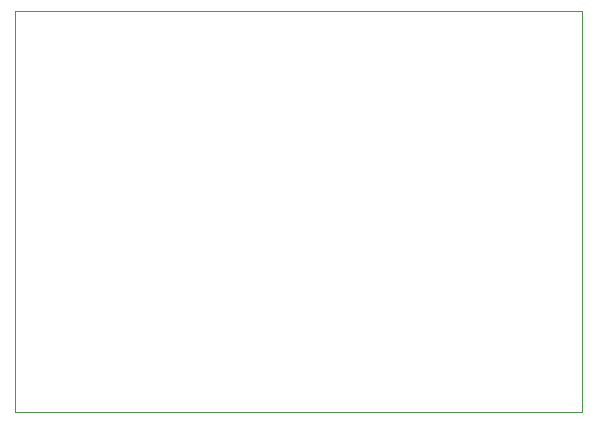
<source format=gbr>
%TF.GenerationSoftware,KiCad,Pcbnew,7.0.10*%
%TF.CreationDate,2025-01-30T23:55:36+01:00*%
%TF.ProjectId,DoublePanel_MouseBites,446f7562-6c65-4506-916e-656c5f4d6f75,rev?*%
%TF.SameCoordinates,Original*%
%TF.FileFunction,Profile,NP*%
%FSLAX46Y46*%
G04 Gerber Fmt 4.6, Leading zero omitted, Abs format (unit mm)*
G04 Created by KiCad (PCBNEW 7.0.10) date 2025-01-30 23:55:36*
%MOMM*%
%LPD*%
G01*
G04 APERTURE LIST*
%TA.AperFunction,Profile*%
%ADD10C,0.100000*%
%TD*%
G04 APERTURE END LIST*
D10*
X124506111Y-20000000D02*
X124501098Y-20000123D01*
X172498901Y-20000123D02*
X172493888Y-20000000D01*
X172499999Y-20006111D02*
X172499876Y-20001098D01*
X172500000Y-53993863D02*
X172500000Y-20006136D01*
X124501098Y-53999876D02*
X124506111Y-53999999D01*
X172493888Y-53999999D02*
X172498901Y-53999876D01*
X172493863Y-20000000D02*
X124506136Y-20000000D01*
X124500123Y-20001098D02*
X124500000Y-20006111D01*
X124500000Y-20006136D02*
X124500000Y-53993863D01*
X124500000Y-53993888D02*
X124500123Y-53998901D01*
X172499876Y-53998901D02*
X172499999Y-53993888D01*
X124506136Y-54000000D02*
X172493863Y-54000000D01*
M02*

</source>
